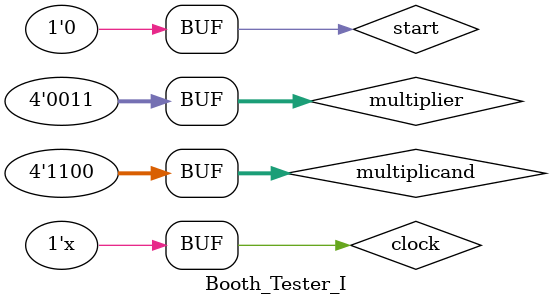
<source format=v>
`timescale 1ns / 1ps


module Booth_Tester_I;

	// Inputs
	reg [3:0] multiplicand;
	reg [3:0] multiplier;
	reg clock;
	reg start;

	// Outputs
	wire [7:0] product;
	wire busy;

	// Instantiate the Unit Under Test (UUT)
	Booth_Multiplier_1 uut (
		.product(product), 
		.multiplicand(multiplicand), 
		.multiplier(multiplier), 
		.clock(clock), 
		.start(start), 
		.busy(busy)
	);

	initial begin
		// Initialize Inputs
		multiplicand = 1100;
		multiplier = 1011;
		clock = 0;
		start = 0;
		#5 start = 1;
		#1 start = 0;

		// Wait 100 ns for global reset to finish
		#100;
        
		// Add stimulus here

	end
	
	always begin
		#10 clock = ~clock;
	end
      
endmodule


</source>
